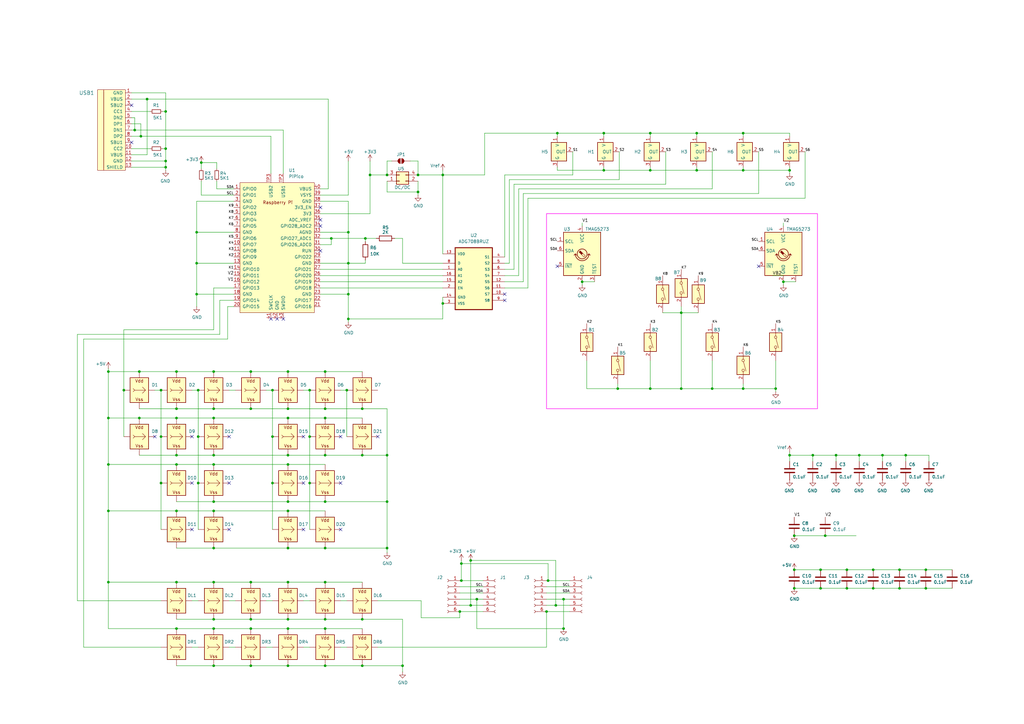
<source format=kicad_sch>
(kicad_sch (version 20250114) (generator "eeschema") (generator_version "9.0")
  (paper "A3")
  (rectangle (start 224.155 87.63) (end 335.28 167.64) (stroke (width 0.254) (color 255 41 244 1)))
  (junction (at 127 179.07))
  (junction (at 304.8 54.61))
  (junction (at 111.76 179.07))
  (junction (at 118.11 167.64))
  (junction (at 57.785 55.88))
  (junction (at 266.7 54.61))
  (junction (at 102.87 167.64))
  (junction (at 44.45 238.76))
  (junction (at 149.86 97.79))
  (junction (at 195.58 245.745))
  (junction (at 102.87 238.76))
  (junction (at 358.14 241.3))
  (junction (at 142.875 120.65))
  (junction (at 342.9 186.69))
  (junction (at 325.755 233.68))
  (junction (at 304.8 159.385))
  (junction (at 247.65 54.61))
  (junction (at 80.645 107.95))
  (junction (at 347.345 233.68))
  (junction (at 87.63 254))
  (junction (at 358.14 233.68))
  (junction (at 118.11 186.69))
  (junction (at 118.11 238.76))
  (junction (at 118.11 190.5))
  (junction (at 118.11 209.55))
  (junction (at 72.39 190.5))
  (junction (at 80.645 95.25))
  (junction (at 127 198.12))
  (junction (at 87.63 205.74))
  (junction (at 87.63 209.55))
  (junction (at 135.89 97.79))
  (junction (at 87.63 257.81))
  (junction (at 266.7 159.385))
  (junction (at 323.85 69.85))
  (junction (at 133.35 167.64))
  (junction (at 81.28 160.02))
  (junction (at 111.76 198.12))
  (junction (at 227.965 248.285))
  (junction (at 347.345 241.3))
  (junction (at 80.645 120.65))
  (junction (at 165.1 273.05))
  (junction (at 118.11 152.4))
  (junction (at 338.455 219.71))
  (junction (at 50.8 160.02))
  (junction (at 87.63 171.45))
  (junction (at 253.365 159.385))
  (junction (at 321.31 115.57))
  (junction (at 133.35 186.69))
  (junction (at 72.39 209.55))
  (junction (at 238.76 115.57))
  (junction (at 336.55 241.3))
  (junction (at 333.375 186.69))
  (junction (at 87.63 273.05))
  (junction (at 133.35 257.81))
  (junction (at 60.325 40.64))
  (junction (at 87.63 167.64))
  (junction (at 325.755 219.71))
  (junction (at 72.39 171.45))
  (junction (at 102.87 257.81))
  (junction (at 67.945 66.04))
  (junction (at 44.45 190.5))
  (junction (at 247.65 69.85))
  (junction (at 87.63 238.76))
  (junction (at 57.15 171.45))
  (junction (at 133.35 254))
  (junction (at 279.4 128.27))
  (junction (at 285.75 69.85))
  (junction (at 81.28 179.07))
  (junction (at 133.35 152.4))
  (junction (at 66.04 160.02))
  (junction (at 67.945 68.58))
  (junction (at 368.935 233.68))
  (junction (at 361.95 186.69))
  (junction (at 325.755 241.3))
  (junction (at 193.04 248.285))
  (junction (at 188.595 250.825))
  (junction (at 87.63 186.69))
  (junction (at 189.23 238.125))
  (junction (at 318.135 159.385))
  (junction (at 158.75 71.755))
  (junction (at 231.14 245.745))
  (junction (at 171.45 71.755))
  (junction (at 133.35 273.05))
  (junction (at 44.45 152.4))
  (junction (at 118.11 254))
  (junction (at 127 160.02))
  (junction (at 133.35 205.74))
  (junction (at 72.39 186.69))
  (junction (at 368.935 241.3))
  (junction (at 336.55 233.68))
  (junction (at 148.59 254))
  (junction (at 323.85 186.69))
  (junction (at 118.11 171.45))
  (junction (at 148.59 273.05))
  (junction (at 352.425 186.69))
  (junction (at 118.11 224.79))
  (junction (at 224.155 250.825))
  (junction (at 66.04 179.07))
  (junction (at 158.75 205.74))
  (junction (at 228.6 54.61))
  (junction (at 87.63 224.79))
  (junction (at 118.11 273.05))
  (junction (at 193.04 229.87))
  (junction (at 158.75 186.69))
  (junction (at 181.61 124.46))
  (junction (at 379.73 241.3))
  (junction (at 102.87 273.05))
  (junction (at 181.61 71.755))
  (junction (at 67.945 60.96))
  (junction (at 189.23 231.14))
  (junction (at 102.87 254))
  (junction (at 82.55 66.675))
  (junction (at 148.59 186.69))
  (junction (at 67.945 45.72))
  (junction (at 148.59 167.64))
  (junction (at 72.39 152.4))
  (junction (at 158.75 224.79))
  (junction (at 171.45 78.74))
  (junction (at 72.39 238.76))
  (junction (at 44.45 209.55))
  (junction (at 133.35 171.45))
  (junction (at 142.875 130.81))
  (junction (at 102.87 152.4))
  (junction (at 151.765 71.755))
  (junction (at 72.39 257.81))
  (junction (at 66.04 198.12))
  (junction (at 118.11 205.74))
  (junction (at 304.8 69.85))
  (junction (at 371.475 186.69))
  (junction (at 142.24 160.02))
  (junction (at 87.63 190.5))
  (junction (at 285.75 54.61))
  (junction (at 379.73 233.68))
  (junction (at 87.63 152.4))
  (junction (at 111.76 160.02))
  (junction (at 57.15 152.4))
  (junction (at 142.875 95.25))
  (junction (at 118.11 257.81))
  (junction (at 81.28 198.12))
  (junction (at 142.875 107.95))
  (junction (at 292.1 159.385))
  (junction (at 133.35 238.76))
  (junction (at 266.7 69.85))
  (junction (at 224.79 238.125))
  (junction (at 72.39 167.64))
  (junction (at 44.45 171.45))
  (junction (at 55.245 53.34))
  (junction (at 133.35 224.79))
  (junction (at 279.4 159.385))
  (junction (at 231.14 257.81))
  (no_connect (at 93.98 217.17))
  (no_connect (at 93.98 179.07))
  (no_connect (at 124.46 217.17))
  (no_connect (at 113.665 130.81))
  (no_connect (at 139.7 179.07))
  (no_connect (at 207.01 123.19))
  (no_connect (at 154.94 179.07))
  (no_connect (at 78.74 198.12))
  (no_connect (at 53.975 43.18))
  (no_connect (at 53.975 58.42))
  (no_connect (at 131.445 102.87))
  (no_connect (at 131.445 85.09))
  (no_connect (at 207.01 120.65))
  (no_connect (at 111.125 130.81))
  (no_connect (at 131.445 92.71))
  (no_connect (at 124.46 198.12))
  (no_connect (at 139.7 198.12))
  (no_connect (at 311.15 109.22))
  (no_connect (at 63.5 179.07))
  (no_connect (at 139.7 217.17))
  (no_connect (at 228.6 109.22))
  (no_connect (at 78.74 217.17))
  (no_connect (at 93.98 198.12))
  (no_connect (at 78.74 179.07))
  (no_connect (at 124.46 179.07))
  (no_connect (at 116.205 130.81))
  (no_connect (at 131.445 90.17))
  (wire (pts (xy 158.75 224.79) (xy 158.75 226.695)))
  (wire (pts (xy 87.63 118.11) (xy 87.63 135.255)))
  (wire (pts (xy 188.595 250.825) (xy 198.12 250.825)))
  (wire (pts (xy 81.28 179.07) (xy 81.28 198.12)))
  (wire (pts (xy 181.61 130.81) (xy 142.875 130.81)))
  (wire (pts (xy 118.11 190.5) (xy 133.35 190.5)))
  (wire (pts (xy 304.8 69.85) (xy 323.85 69.85)))
  (wire (pts (xy 67.945 38.1) (xy 67.945 45.72)))
  (wire (pts (xy 118.11 273.05) (xy 133.35 273.05)))
  (wire (pts (xy 131.445 87.63) (xy 151.765 87.63)))
  (wire (pts (xy 80.645 82.55) (xy 80.645 95.25)))
  (wire (pts (xy 285.75 69.85) (xy 304.8 69.85)))
  (wire (pts (xy 148.59 273.05) (xy 165.1 273.05)))
  (wire (pts (xy 188.595 248.285) (xy 193.04 248.285)))
  (wire (pts (xy 118.11 257.81) (xy 133.35 257.81)))
  (wire (pts (xy 323.85 186.69) (xy 333.375 186.69)))
  (wire (pts (xy 279.4 128.27) (xy 279.4 125.73)))
  (wire (pts (xy 193.04 248.285) (xy 198.12 248.285)))
  (wire (pts (xy 87.63 224.79) (xy 118.11 224.79)))
  (wire (pts (xy 358.14 233.68) (xy 368.935 233.68)))
  (wire (pts (xy 133.35 254) (xy 148.59 254)))
  (wire (pts (xy 231.14 257.81) (xy 231.14 245.745)))
  (wire (pts (xy 231.14 245.745) (xy 233.68 245.745)))
  (wire (pts (xy 165.1 97.79) (xy 161.925 97.79)))
  (wire (pts (xy 87.63 171.45) (xy 118.11 171.45)))
  (wire (pts (xy 131.445 120.65) (xy 142.875 120.65)))
  (wire (pts (xy 148.59 186.69) (xy 158.75 186.69)))
  (wire (pts (xy 95.885 77.47) (xy 88.9 77.47)))
  (wire (pts (xy 311.15 79.375) (xy 311.15 62.23)))
  (wire (pts (xy 151.765 71.755) (xy 158.75 71.755)))
  (wire (pts (xy 78.74 246.38) (xy 81.28 246.38)))
  (wire (pts (xy 279.4 159.385) (xy 279.4 128.27)))
  (wire (pts (xy 53.975 53.34) (xy 55.245 53.34)))
  (wire (pts (xy 131.445 97.79) (xy 135.89 97.79)))
  (wire (pts (xy 60.325 63.5) (xy 60.325 40.64)))
  (wire (pts (xy 57.15 186.69) (xy 72.39 186.69)))
  (wire (pts (xy 224.155 238.125) (xy 224.79 238.125)))
  (wire (pts (xy 90.17 123.19) (xy 90.17 137.16)))
  (wire (pts (xy 80.645 107.95) (xy 95.885 107.95)))
  (wire (pts (xy 72.39 152.4) (xy 87.63 152.4)))
  (wire (pts (xy 142.875 82.55) (xy 142.875 95.25)))
  (wire (pts (xy 224.155 265.43) (xy 224.155 250.825)))
  (wire (pts (xy 207.01 115.57) (xy 214.63 115.57)))
  (wire (pts (xy 87.63 209.55) (xy 118.11 209.55)))
  (wire (pts (xy 118.11 209.55) (xy 133.35 209.55)))
  (wire (pts (xy 273.05 75.565) (xy 273.05 62.23)))
  (wire (pts (xy 31.75 137.16) (xy 90.17 137.16)))
  (wire (pts (xy 118.11 205.74) (xy 133.35 205.74)))
  (wire (pts (xy 321.31 115.57) (xy 326.39 115.57)))
  (wire (pts (xy 224.79 231.14) (xy 224.79 238.125)))
  (wire (pts (xy 142.875 132.08) (xy 142.875 130.81)))
  (wire (pts (xy 31.75 137.16) (xy 31.75 246.38)))
  (wire (pts (xy 304.8 157.48) (xy 304.8 159.385)))
  (wire (pts (xy 347.345 233.68) (xy 358.14 233.68)))
  (wire (pts (xy 227.965 229.87) (xy 227.965 248.285)))
  (wire (pts (xy 181.61 71.755) (xy 181.61 104.14)))
  (wire (pts (xy 165.1 273.05) (xy 165.1 275.59)))
  (wire (pts (xy 133.35 273.05) (xy 148.59 273.05)))
  (wire (pts (xy 352.425 186.69) (xy 352.425 189.23)))
  (wire (pts (xy 325.755 241.3) (xy 336.55 241.3)))
  (wire (pts (xy 82.55 69.215) (xy 82.55 66.675)))
  (wire (pts (xy 271.78 128.27) (xy 279.4 128.27)))
  (wire (pts (xy 78.74 265.43) (xy 81.28 265.43)))
  (wire (pts (xy 158.75 167.64) (xy 158.75 186.69)))
  (wire (pts (xy 321.31 91.44) (xy 321.31 92.71)))
  (wire (pts (xy 88.9 66.675) (xy 88.9 69.215)))
  (wire (pts (xy 323.85 71.12) (xy 323.85 69.85)))
  (wire (pts (xy 266.7 55.88) (xy 266.7 54.61)))
  (wire (pts (xy 82.55 66.675) (xy 88.9 66.675)))
  (wire (pts (xy 87.63 190.5) (xy 118.11 190.5)))
  (wire (pts (xy 238.76 115.57) (xy 238.76 116.84)))
  (wire (pts (xy 131.445 77.47) (xy 134.62 77.47)))
  (wire (pts (xy 165.1 107.95) (xy 181.61 107.95)))
  (wire (pts (xy 118.11 152.4) (xy 133.35 152.4)))
  (wire (pts (xy 124.46 246.38) (xy 127 246.38)))
  (wire (pts (xy 44.45 190.5) (xy 72.39 190.5)))
  (wire (pts (xy 95.885 123.19) (xy 90.17 123.19)))
  (wire (pts (xy 189.23 238.125) (xy 198.12 238.125)))
  (wire (pts (xy 127 179.07) (xy 127 198.12)))
  (wire (pts (xy 139.7 265.43) (xy 142.24 265.43)))
  (wire (pts (xy 207.01 107.95) (xy 208.915 107.95)))
  (wire (pts (xy 118.11 186.69) (xy 133.35 186.69)))
  (wire (pts (xy 304.8 55.88) (xy 304.8 54.61)))
  (wire (pts (xy 160.655 66.04) (xy 158.75 66.04)))
  (wire (pts (xy 171.45 66.04) (xy 171.45 71.755)))
  (wire (pts (xy 80.645 120.65) (xy 95.885 120.65)))
  (wire (pts (xy 149.86 106.68) (xy 149.86 107.95)))
  (wire (pts (xy 72.39 205.74) (xy 87.63 205.74)))
  (wire (pts (xy 342.9 186.69) (xy 352.425 186.69)))
  (wire (pts (xy 111.125 55.88) (xy 57.785 55.88)))
  (wire (pts (xy 44.45 257.81) (xy 72.39 257.81)))
  (wire (pts (xy 154.94 246.38) (xy 172.72 246.38)))
  (wire (pts (xy 165.1 254) (xy 165.1 273.05)))
  (wire (pts (xy 212.725 113.03) (xy 212.725 77.47)))
  (wire (pts (xy 330.2 81.28) (xy 216.535 81.28)))
  (wire (pts (xy 118.11 167.64) (xy 133.35 167.64)))
  (wire (pts (xy 361.95 186.69) (xy 361.95 189.23)))
  (wire (pts (xy 133.35 205.74) (xy 158.75 205.74)))
  (wire (pts (xy 371.475 186.69) (xy 371.475 189.23)))
  (wire (pts (xy 109.22 160.02) (xy 111.76 160.02)))
  (wire (pts (xy 368.935 241.3) (xy 379.73 241.3)))
  (wire (pts (xy 72.39 238.76) (xy 87.63 238.76)))
  (wire (pts (xy 323.85 55.88) (xy 323.85 54.61)))
  (wire (pts (xy 135.89 97.79) (xy 149.86 97.79)))
  (wire (pts (xy 82.55 80.01) (xy 82.55 74.295)))
  (wire (pts (xy 316.865 113.03) (xy 321.31 113.03)))
  (wire (pts (xy 321.31 115.57) (xy 321.31 116.84)))
  (wire (pts (xy 80.645 95.25) (xy 80.645 107.95)))
  (wire (pts (xy 133.35 224.79) (xy 158.75 224.79)))
  (wire (pts (xy 171.45 78.74) (xy 171.45 80.01)))
  (wire (pts (xy 135.89 97.79) (xy 135.89 100.33)))
  (wire (pts (xy 142.875 120.65) (xy 142.875 130.81)))
  (wire (pts (xy 323.85 185.42) (xy 323.85 186.69)))
  (wire (pts (xy 379.73 241.3) (xy 390.525 241.3)))
  (wire (pts (xy 318.135 147.955) (xy 318.135 159.385)))
  (wire (pts (xy 93.98 265.43) (xy 96.52 265.43)))
  (wire (pts (xy 133.35 152.4) (xy 148.59 152.4)))
  (wire (pts (xy 371.475 186.69) (xy 381 186.69)))
  (wire (pts (xy 44.45 209.55) (xy 44.45 238.76)))
  (wire (pts (xy 139.7 160.02) (xy 142.24 160.02)))
  (wire (pts (xy 158.75 205.74) (xy 158.75 224.79)))
  (wire (pts (xy 151.765 66.04) (xy 151.765 71.755)))
  (wire (pts (xy 304.8 69.85) (xy 304.8 68.58)))
  (wire (pts (xy 238.76 115.57) (xy 243.84 115.57)))
  (wire (pts (xy 116.205 71.12) (xy 116.205 53.34)))
  (wire (pts (xy 87.63 152.4) (xy 102.87 152.4)))
  (wire (pts (xy 318.135 160.655) (xy 318.135 159.385)))
  (wire (pts (xy 172.72 253.365) (xy 188.595 253.365)))
  (wire (pts (xy 87.63 186.69) (xy 118.11 186.69)))
  (wire (pts (xy 111.76 179.07) (xy 111.76 198.12)))
  (wire (pts (xy 55.245 48.26) (xy 55.245 53.34)))
  (wire (pts (xy 109.22 246.38) (xy 111.76 246.38)))
  (wire (pts (xy 131.445 95.25) (xy 142.875 95.25)))
  (wire (pts (xy 214.63 79.375) (xy 311.15 79.375)))
  (wire (pts (xy 148.59 167.64) (xy 158.75 167.64)))
  (wire (pts (xy 116.205 53.34) (xy 55.245 53.34)))
  (wire (pts (xy 189.23 231.14) (xy 224.79 231.14)))
  (wire (pts (xy 102.87 257.81) (xy 118.11 257.81)))
  (wire (pts (xy 131.445 115.57) (xy 181.61 115.57)))
  (wire (pts (xy 50.8 160.02) (xy 50.8 179.07)))
  (wire (pts (xy 347.345 241.3) (xy 358.14 241.3)))
  (wire (pts (xy 214.63 115.57) (xy 214.63 79.375)))
  (wire (pts (xy 44.45 209.55) (xy 72.39 209.55)))
  (wire (pts (xy 44.45 152.4) (xy 57.15 152.4)))
  (wire (pts (xy 292.1 147.955) (xy 292.1 159.385)))
  (wire (pts (xy 135.89 100.33) (xy 131.445 100.33)))
  (wire (pts (xy 149.86 99.06) (xy 149.86 97.79)))
  (wire (pts (xy 228.6 69.85) (xy 228.6 68.58)))
  (wire (pts (xy 44.45 152.4) (xy 44.45 171.45)))
  (wire (pts (xy 361.95 186.69) (xy 371.475 186.69)))
  (wire (pts (xy 216.535 81.28) (xy 216.535 118.11)))
  (wire (pts (xy 292.1 77.47) (xy 292.1 62.23)))
  (wire (pts (xy 247.65 69.85) (xy 247.65 68.58)))
  (wire (pts (xy 333.375 186.69) (xy 342.9 186.69)))
  (wire (pts (xy 266.7 54.61) (xy 247.65 54.61)))
  (wire (pts (xy 53.975 66.04) (xy 67.945 66.04)))
  (wire (pts (xy 57.785 50.8) (xy 57.785 55.88)))
  (wire (pts (xy 198.755 71.755) (xy 198.755 54.61)))
  (wire (pts (xy 72.39 167.64) (xy 87.63 167.64)))
  (wire (pts (xy 72.39 254) (xy 87.63 254)))
  (wire (pts (xy 133.35 186.69) (xy 148.59 186.69)))
  (wire (pts (xy 102.87 273.05) (xy 118.11 273.05)))
  (wire (pts (xy 323.85 186.69) (xy 323.85 189.23)))
  (wire (pts (xy 216.535 118.11) (xy 207.01 118.11)))
  (wire (pts (xy 368.935 233.68) (xy 379.73 233.68)))
  (wire (pts (xy 158.75 66.04) (xy 158.75 71.755)))
  (wire (pts (xy 111.125 71.12) (xy 111.125 55.88)))
  (wire (pts (xy 181.61 71.755) (xy 198.755 71.755)))
  (wire (pts (xy 325.755 233.68) (xy 336.55 233.68)))
  (wire (pts (xy 127 160.02) (xy 127 179.07)))
  (wire (pts (xy 87.63 118.11) (xy 95.885 118.11)))
  (wire (pts (xy 151.765 71.755) (xy 151.765 87.63)))
  (wire (pts (xy 381 186.69) (xy 381 189.23)))
  (wire (pts (xy 253.365 157.48) (xy 253.365 159.385)))
  (wire (pts (xy 63.5 160.02) (xy 66.04 160.02)))
  (wire (pts (xy 352.425 186.69) (xy 361.95 186.69)))
  (wire (pts (xy 285.75 54.61) (xy 266.7 54.61)))
  (wire (pts (xy 66.04 160.02) (xy 66.04 179.07)))
  (wire (pts (xy 66.04 198.12) (xy 66.04 217.17)))
  (wire (pts (xy 325.755 219.71) (xy 338.455 219.71)))
  (wire (pts (xy 193.04 229.87) (xy 193.04 248.285)))
  (wire (pts (xy 102.87 254) (xy 118.11 254)))
  (wire (pts (xy 124.46 265.43) (xy 127 265.43)))
  (wire (pts (xy 172.72 246.38) (xy 172.72 253.365)))
  (wire (pts (xy 195.58 257.81) (xy 231.14 257.81)))
  (wire (pts (xy 53.975 63.5) (xy 60.325 63.5)))
  (wire (pts (xy 60.325 40.64) (xy 134.62 40.64)))
  (wire (pts (xy 95.885 80.01) (xy 82.55 80.01)))
  (wire (pts (xy 133.35 257.81) (xy 148.59 257.81)))
  (wire (pts (xy 158.75 78.74) (xy 171.45 78.74)))
  (wire (pts (xy 102.87 238.76) (xy 118.11 238.76)))
  (wire (pts (xy 133.35 171.45) (xy 148.59 171.45)))
  (wire (pts (xy 87.63 257.81) (xy 102.87 257.81)))
  (wire (pts (xy 53.975 55.88) (xy 57.785 55.88)))
  (wire (pts (xy 57.15 171.45) (xy 72.39 171.45)))
  (wire (pts (xy 102.87 167.64) (xy 118.11 167.64)))
  (wire (pts (xy 127 198.12) (xy 127 217.17)))
  (wire (pts (xy 171.45 74.295) (xy 171.45 78.74)))
  (wire (pts (xy 227.965 248.285) (xy 233.68 248.285)))
  (wire (pts (xy 279.4 159.385) (xy 292.1 159.385)))
  (wire (pts (xy 53.975 60.96) (xy 61.595 60.96)))
  (wire (pts (xy 66.04 179.07) (xy 66.04 198.12)))
  (wire (pts (xy 142.24 160.02) (xy 142.24 179.07)))
  (wire (pts (xy 304.8 159.385) (xy 318.135 159.385)))
  (wire (pts (xy 72.39 171.45) (xy 87.63 171.45)))
  (wire (pts (xy 238.76 91.44) (xy 238.76 92.71)))
  (wire (pts (xy 80.645 107.95) (xy 80.645 120.65)))
  (wire (pts (xy 31.75 246.38) (xy 66.04 246.38)))
  (wire (pts (xy 44.45 190.5) (xy 44.45 209.55)))
  (wire (pts (xy 338.455 219.71) (xy 351.155 219.71)))
  (wire (pts (xy 87.63 254) (xy 102.87 254)))
  (wire (pts (xy 53.975 45.72) (xy 61.595 45.72)))
  (wire (pts (xy 158.75 186.69) (xy 158.75 205.74)))
  (wire (pts (xy 131.445 113.03) (xy 181.61 113.03)))
  (wire (pts (xy 330.2 62.23) (xy 330.2 81.28)))
  (wire (pts (xy 87.63 167.64) (xy 102.87 167.64)))
  (wire (pts (xy 87.63 273.05) (xy 102.87 273.05)))
  (wire (pts (xy 247.65 55.88) (xy 247.65 54.61)))
  (wire (pts (xy 109.22 265.43) (xy 111.76 265.43)))
  (wire (pts (xy 50.8 135.255) (xy 50.8 160.02)))
  (wire (pts (xy 228.6 55.88) (xy 228.6 54.61)))
  (wire (pts (xy 67.945 68.58) (xy 67.945 69.85)))
  (wire (pts (xy 67.945 60.96) (xy 66.675 60.96)))
  (wire (pts (xy 189.23 229.87) (xy 189.23 231.14)))
  (wire (pts (xy 142.875 95.25) (xy 142.875 107.95)))
  (wire (pts (xy 80.645 95.25) (xy 95.885 95.25)))
  (wire (pts (xy 266.7 147.955) (xy 266.7 159.385)))
  (wire (pts (xy 188.595 245.745) (xy 195.58 245.745)))
  (wire (pts (xy 207.01 105.41) (xy 207.01 71.755)))
  (wire (pts (xy 53.975 38.1) (xy 67.945 38.1)))
  (wire (pts (xy 53.975 40.64) (xy 60.325 40.64)))
  (wire (pts (xy 93.98 160.02) (xy 96.52 160.02)))
  (wire (pts (xy 131.445 82.55) (xy 142.875 82.55)))
  (wire (pts (xy 44.45 238.76) (xy 72.39 238.76)))
  (wire (pts (xy 133.35 238.76) (xy 148.59 238.76)))
  (wire (pts (xy 44.45 171.45) (xy 44.45 190.5)))
  (wire (pts (xy 253.365 159.385) (xy 266.7 159.385)))
  (wire (pts (xy 336.55 241.3) (xy 347.345 241.3)))
  (wire (pts (xy 139.7 246.38) (xy 142.24 246.38)))
  (wire (pts (xy 95.885 82.55) (xy 80.645 82.55)))
  (wire (pts (xy 124.46 160.02) (xy 127 160.02)))
  (wire (pts (xy 72.39 190.5) (xy 87.63 190.5)))
  (wire (pts (xy 142.875 107.95) (xy 142.875 120.65)))
  (wire (pts (xy 228.6 69.85) (xy 247.65 69.85)))
  (wire (pts (xy 198.755 54.61) (xy 228.6 54.61)))
  (wire (pts (xy 224.155 243.205) (xy 233.68 243.205)))
  (wire (pts (xy 379.73 233.68) (xy 390.525 233.68)))
  (wire (pts (xy 188.595 240.665) (xy 198.12 240.665)))
  (wire (pts (xy 168.275 66.04) (xy 171.45 66.04)))
  (wire (pts (xy 142.875 80.01) (xy 142.875 66.04)))
  (wire (pts (xy 336.55 233.68) (xy 347.345 233.68)))
  (wire (pts (xy 93.98 246.38) (xy 96.52 246.38)))
  (wire (pts (xy 93.345 125.73) (xy 93.345 139.065)))
  (wire (pts (xy 285.75 55.88) (xy 285.75 54.61)))
  (wire (pts (xy 165.1 107.95) (xy 165.1 97.79)))
  (wire (pts (xy 285.75 69.85) (xy 285.75 68.58)))
  (wire (pts (xy 111.76 198.12) (xy 111.76 217.17)))
  (wire (pts (xy 149.86 97.79) (xy 154.305 97.79)))
  (wire (pts (xy 279.4 128.27) (xy 286.385 128.27)))
  (wire (pts (xy 224.79 238.125) (xy 233.68 238.125)))
  (wire (pts (xy 111.76 160.02) (xy 111.76 179.07)))
  (wire (pts (xy 181.61 124.46) (xy 181.61 130.81)))
  (wire (pts (xy 87.63 135.255) (xy 50.8 135.255)))
  (wire (pts (xy 148.59 254) (xy 165.1 254)))
  (wire (pts (xy 131.445 107.95) (xy 142.875 107.95)))
  (wire (pts (xy 118.11 224.79) (xy 133.35 224.79)))
  (wire (pts (xy 304.8 54.61) (xy 285.75 54.61)))
  (wire (pts (xy 87.63 238.76) (xy 102.87 238.76)))
  (wire (pts (xy 67.945 45.72) (xy 67.945 60.96)))
  (wire (pts (xy 72.39 186.69) (xy 87.63 186.69)))
  (wire (pts (xy 181.61 69.85) (xy 181.61 71.755)))
  (wire (pts (xy 188.595 243.205) (xy 198.12 243.205)))
  (wire (pts (xy 195.58 245.745) (xy 198.12 245.745)))
  (wire (pts (xy 266.7 69.85) (xy 266.7 68.58)))
  (wire (pts (xy 154.94 265.43) (xy 224.155 265.43)))
  (wire (pts (xy 88.9 77.47) (xy 88.9 74.295)))
  (wire (pts (xy 34.29 139.065) (xy 34.29 265.43)))
  (wire (pts (xy 67.945 66.04) (xy 67.945 68.58)))
  (wire (pts (xy 131.445 118.11) (xy 181.61 118.11)))
  (wire (pts (xy 118.11 171.45) (xy 133.35 171.45)))
  (wire (pts (xy 208.915 107.95) (xy 208.915 73.66)))
  (wire (pts (xy 240.665 147.955) (xy 240.665 159.385)))
  (wire (pts (xy 207.01 110.49) (xy 210.82 110.49)))
  (wire (pts (xy 195.58 245.745) (xy 195.58 257.81)))
  (wire (pts (xy 224.155 245.745) (xy 231.14 245.745)))
  (wire (pts (xy 78.74 160.02) (xy 81.28 160.02)))
  (wire (pts (xy 72.39 257.81) (xy 87.63 257.81)))
  (wire (pts (xy 234.95 71.755) (xy 234.95 62.23)))
  (wire (pts (xy 188.595 253.365) (xy 188.595 250.825)))
  (wire (pts (xy 44.45 171.45) (xy 57.15 171.45)))
  (wire (pts (xy 224.155 250.825) (xy 233.68 250.825)))
  (wire (pts (xy 254 73.66) (xy 254 62.23)))
  (wire (pts (xy 240.665 159.385) (xy 253.365 159.385)))
  (wire (pts (xy 292.1 159.385) (xy 304.8 159.385)))
  (wire (pts (xy 193.04 229.87) (xy 227.965 229.87)))
  (wire (pts (xy 171.45 71.755) (xy 181.61 71.755)))
  (wire (pts (xy 323.85 69.85) (xy 323.85 68.58)))
  (wire (pts (xy 133.35 167.64) (xy 148.59 167.64)))
  (wire (pts (xy 72.39 273.05) (xy 87.63 273.05)))
  (wire (pts (xy 247.65 54.61) (xy 228.6 54.61)))
  (wire (pts (xy 212.725 77.47) (xy 292.1 77.47)))
  (wire (pts (xy 102.87 152.4) (xy 118.11 152.4)))
  (wire (pts (xy 53.975 68.58) (xy 67.945 68.58)))
  (wire (pts (xy 207.01 113.03) (xy 212.725 113.03)))
  (wire (pts (xy 53.975 50.8) (xy 57.785 50.8)))
  (wire (pts (xy 67.945 60.96) (xy 67.945 66.04)))
  (wire (pts (xy 210.82 75.565) (xy 273.05 75.565)))
  (wire (pts (xy 81.28 198.12) (xy 81.28 217.17)))
  (wire (pts (xy 358.14 241.3) (xy 368.935 241.3)))
  (wire (pts (xy 266.7 69.85) (xy 285.75 69.85)))
  (wire (pts (xy 188.595 238.125) (xy 189.23 238.125)))
  (wire (pts (xy 342.9 186.69) (xy 342.9 189.23)))
  (wire (pts (xy 44.45 238.76) (xy 44.45 257.81)))
  (wire (pts (xy 95.885 125.73) (xy 93.345 125.73)))
  (wire (pts (xy 34.29 139.065) (xy 93.345 139.065)))
  (wire (pts (xy 53.975 48.26) (xy 55.245 48.26)))
  (wire (pts (xy 118.11 254) (xy 133.35 254)))
  (wire (pts (xy 208.915 73.66) (xy 254 73.66)))
  (wire (pts (xy 67.945 45.72) (xy 66.675 45.72)))
  (wire (pts (xy 57.15 167.64) (xy 72.39 167.64)))
  (wire (pts (xy 34.29 265.43) (xy 66.04 265.43)))
  (wire (pts (xy 142.875 107.95) (xy 149.86 107.95)))
  (wire (pts (xy 247.65 69.85) (xy 266.7 69.85)))
  (wire (pts (xy 57.15 152.4) (xy 72.39 152.4)))
  (wire (pts (xy 210.82 110.49) (xy 210.82 75.565)))
  (wire (pts (xy 333.375 186.69) (xy 333.375 189.23)))
  (wire (pts (xy 87.63 205.74) (xy 118.11 205.74)))
  (wire (pts (xy 81.28 160.02) (xy 81.28 179.07)))
  (wire (pts (xy 181.61 121.92) (xy 181.61 124.46)))
  (wire (pts (xy 44.45 151.13) (xy 44.45 152.4)))
  (wire (pts (xy 323.85 54.61) (xy 304.8 54.61)))
  (wire (pts (xy 266.7 159.385) (xy 279.4 159.385)))
  (wire (pts (xy 158.75 74.295) (xy 158.75 78.74)))
  (wire (pts (xy 224.155 240.665) (xy 233.68 240.665)))
  (wire (pts (xy 131.445 80.01) (xy 142.875 80.01)))
  (wire (pts (xy 131.445 110.49) (xy 181.61 110.49)))
  (wire (pts (xy 80.645 120.65) (xy 80.645 125.73)))
  (wire (pts (xy 189.23 231.14) (xy 189.23 238.125)))
  (wire (pts (xy 72.39 209.55) (xy 87.63 209.55)))
  (wire (pts (xy 207.01 71.755) (xy 234.95 71.755)))
  (wire (pts (xy 118.11 238.76) (xy 133.35 238.76)))
  (wire (pts (xy 134.62 40.64) (xy 134.62 77.47)))
  (wire (pts (xy 224.155 248.285) (xy 227.965 248.285)))
  (wire (pts (xy 72.39 224.79) (xy 87.63 224.79)))
  (label "K7" (at 279.4 110.49 0) (effects (font (size 1 1))))
  (label "K4" (at 292.1 132.715 0) (effects (font (size 1 1))))
  (label "K1" (at 253.365 142.24 0) (effects (font (size 1 1))))
  (label "K8" (at 271.78 113.03 0) (effects (font (size 1 1))))
  (label "S6" (at 330.2 62.23 0) (effects (font (size 1 1))))
  (label "S3" (at 273.05 62.23 0) (effects (font (size 1 1))))
  (label "K4" (at 95.885 100.33 180) (effects (font (size 1 1))))
  (label "SCL" (at 311.15 99.06 180) (effects (font (size 1 1))))
  (label "VB2" (at 316.865 113.03 0))
  (label "SDA" (at 228.6 102.87 180) (effects (font (size 1 1))))
  (label "V2" (at 338.455 212.09 0))
  (label "V1" (at 95.885 115.57 180))
  (label "S4" (at 292.1 62.23 0) (effects (font (size 1 1))))
  (label "SCL" (at 198.12 240.665 180) (effects (font (size 1 1))))
  (label "V1" (at 238.76 91.44 0))
  (label "SCL" (at 228.6 99.06 180) (effects (font (size 1 1))))
  (label "K5" (at 318.135 132.715 0) (effects (font (size 1 1))))
  (label "K6" (at 95.885 92.71 180) (effects (font (size 1 1))))
  (label "K5" (at 95.885 97.79 180) (effects (font (size 1 1))))
  (label "SDA" (at 95.885 77.47 180) (effects (font (size 1 1))))
  (label "K9" (at 95.885 85.09 180) (effects (font (size 1 1))))
  (label "S5" (at 311.15 62.23 0) (effects (font (size 1 1))))
  (label "S1" (at 234.95 62.23 0) (effects (font (size 1 1))))
  (label "K6" (at 304.8 142.24 0) (effects (font (size 1 1))))
  (label "V1" (at 325.755 212.09 0))
  (label "SCL" (at 233.68 240.665 180) (effects (font (size 1 1))))
  (label "SDA" (at 198.12 243.205 180) (effects (font (size 1 1))))
  (label "K3" (at 95.885 102.87 180) (effects (font (size 1 1))))
  (label "S2" (at 254 62.23 0) (effects (font (size 1 1))))
  (label "V2" (at 95.885 113.03 180))
  (label "SCL" (at 95.885 80.01 180) (effects (font (size 1 1))))
  (label "K7" (at 95.885 90.17 180) (effects (font (size 1 1))))
  (label "K9" (at 286.385 113.03 0) (effects (font (size 1 1))))
  (label "K3" (at 266.7 132.715 0) (effects (font (size 1 1))))
  (label "SDA" (at 311.15 102.87 180) (effects (font (size 1 1))))
  (label "V2" (at 321.31 91.44 0))
  (label "K2" (at 95.885 105.41 180) (effects (font (size 1 1))))
  (label "K8" (at 95.885 87.63 180) (effects (font (size 1 1))))
  (label "K1" (at 95.885 110.49 180) (effects (font (size 1 1))))
  (label "SDA" (at 233.68 243.205 180) (effects (font (size 1 1))))
  (label "K2" (at 240.665 132.715 0) (effects (font (size 1 1))))
  (symbol (lib_id "Type-C:HRO-TYPE-C-31-M-12") (at 51.435 52.07 0) (unit 1)
    (property "Reference" "USB1" (at 32.385 38.1 0) (effects (font (size 1.524 1.524)) (justify left)))
    (property "Value" "U262-161N-4BVC11" (effects (hide yes)))
    (property "Footprint" "Type-C:HRO-TYPE-C-31-M-12-Assembly" (effects (hide yes)))
    (property "LCSC" "C319148" (effects (hide yes)))
  )
  (symbol (lib_id "power:GND") (at 67.945 69.85 0) (mirror y) (unit 1)
    (property "Reference" "#PWR0112" (effects (hide yes)))
    (property "Value" "GND" (at 67.818 74.2442 0))
    (property "Description" "Power symbol creates a global label with name \"GND\" , ground" (effects (hide yes)))
  )
  (symbol (lib_id "Device:R_Small") (at 64.135 60.96 90) (unit 1)
    (property "Reference" "R2" (at 65.405 58.42 90) (effects (justify left)))
    (property "Value" "5K1" (at 66.675 63.5 90) (effects (justify left)))
    (property "Footprint" "Resistor_SMD:R_0603_1608Metric_Pad0.98x0.95mm_HandSolder" (effects (hide yes)))
    (property "Description" "Resistor, small symbol" (effects (hide yes)))
    (property "LCSC" "C23186" (effects (hide yes)))
  )
  (symbol (lib_id "Device:R_Small") (at 64.135 45.72 90) (unit 1)
    (property "Reference" "R1" (at 65.405 43.18 90) (effects (justify left)))
    (property "Value" "5K1" (at 66.675 48.26 90) (effects (justify left)))
    (property "Footprint" "Resistor_SMD:R_0603_1608Metric_Pad0.98x0.95mm_HandSolder" (effects (hide yes)))
    (property "Description" "Resistor, small symbol" (effects (hide yes)))
    (property "LCSC" "C23186" (effects (hide yes)))
  )
  (symbol (lib_id "Connector_Generic:Conn_02x02_Odd_Even") (at 163.83 74.295 0) (mirror x) (unit 1)
    (property "Reference" "U5" (at 164.465 69.215 0))
    (property "Value" "DC/DC" (at 165.1 76.835 0))
    (property "Footprint" "voltex_pico:DCDC_3to5" (effects (hide yes)))
    (property "Description" "Generic connector, double row, 02x02, odd/even pin numbering scheme (row 1 odd numbers, row 2 even numbers), script generated (kicad-library-utils/schlib/autogen/connector/)" (effects (hide yes)))
  )
  (symbol (lib_id "power:GND") (at 323.85 196.85 0) (mirror y) (unit 1)
    (property "Reference" "#PWR010" (effects (hide yes)))
    (property "Value" "GND" (at 323.723 201.2442 0))
    (property "Description" "Power symbol creates a global label with name \"GND\" , ground" (effects (hide yes)))
  )
  (symbol (lib_id "voltex_pico:WS2812B_Unified") (at 148.59 179.07 0) (unit 1)
    (property "Reference" "D21" (at 154.94 176.911 0))
    (property "Value" "WS2812B_Unified" (effects (hide yes)))
    (property "Footprint" "voltex_pico:WS2812B-2835" (effects (hide yes)))
    (property "Description" "RGB LED with integrated controller" (effects (hide yes)))
  )
  (symbol (lib_id "nos_plus:SS49E_SOT23") (at 228.6 62.23 0) (unit 1)
    (property "Reference" "H5" (at 224.79 62.2299 0) (effects (justify right)))
    (property "Value" "SS49E_SOT23" (effects (hide yes)))
    (property "Footprint" "voltex_pico:SOT-23-FAT" (effects (hide yes)))
  )
  (symbol (lib_id "voltex_pico:WS2812B_Unified") (at 133.35 217.17 0) (unit 1)
    (property "Reference" "D20" (at 139.7 215.011 0))
    (property "Value" "WS2812B_Unified" (effects (hide yes)))
    (property "Footprint" "voltex_pico:WS2812B-2835" (effects (hide yes)))
    (property "Description" "RGB LED with integrated controller" (effects (hide yes)))
  )
  (symbol (lib_id "Device:C") (at 325.755 237.49 0) (unit 1)
    (property "Reference" "C10" (at 328.93 236.2199 0) (effects (justify left)))
    (property "Value" "0.1uF" (at 328.93 238.7599 0) (effects (justify left)))
    (property "Footprint" "Capacitor_SMD:C_0603_1608Metric_Pad1.08x0.95mm_HandSolder" (effects (hide yes)))
    (property "Description" "Unpolarized capacitor" (effects (hide yes)))
  )
  (symbol (lib_id "nos_plus:SS49E_SOT23") (at 247.65 62.23 0) (unit 1)
    (property "Reference" "H1" (at 243.84 62.2299 0) (effects (justify right)))
    (property "Value" "SS49E_SOT23" (effects (hide yes)))
    (property "Footprint" "voltex_pico:SOT-23-FAT" (effects (hide yes)))
  )
  (symbol (lib_id "power:+5V") (at 193.04 229.87 0) (unit 1)
    (property "Reference" "#PWR02" (effects (hide yes)))
    (property "Value" "+5V" (at 193.04 226.06 0))
    (property "Description" "Power symbol creates a global label with name \"+5V\"" (effects (hide yes)))
  )
  (symbol (lib_id "power:GND") (at 238.76 116.84 0) (unit 1)
    (property "Reference" "#PWR0109" (effects (hide yes)))
    (property "Value" "GND" (at 238.887 121.2342 0))
    (property "Description" "Power symbol creates a global label with name \"GND\" , ground" (effects (hide yes)))
  )
  (symbol (lib_id "power:GND") (at 371.475 196.85 0) (mirror y) (unit 1)
    (property "Reference" "#PWR016" (effects (hide yes)))
    (property "Value" "GND" (at 371.348 201.2442 0))
    (property "Description" "Power symbol creates a global label with name \"GND\" , ground" (effects (hide yes)))
  )
  (symbol (lib_id "voltex_pico:WS2812B_Unified") (at 72.39 265.43 0) (unit 1)
    (property "Reference" "DR1" (at 78.74 263.271 0))
    (property "Value" "WS2812B_Unified" (effects (hide yes)))
    (property "Footprint" "voltex_pico:WS2812B-4020" (effects (hide yes)))
    (property "Description" "RGB LED with integrated controller" (effects (hide yes)))
  )
  (symbol (lib_id "voltex_pico:WS2812B_Unified") (at 118.11 198.12 0) (unit 1)
    (property "Reference" "D16" (at 124.46 195.961 0))
    (property "Value" "WS2812B_Unified" (effects (hide yes)))
    (property "Footprint" "voltex_pico:WS2812B-2835" (effects (hide yes)))
    (property "Description" "RGB LED with integrated controller" (effects (hide yes)))
  )
  (symbol (lib_id "power:GND") (at 361.95 196.85 0) (mirror y) (unit 1)
    (property "Reference" "#PWR015" (effects (hide yes)))
    (property "Value" "GND" (at 361.823 201.2442 0))
    (property "Description" "Power symbol creates a global label with name \"GND\" , ground" (effects (hide yes)))
  )
  (symbol (lib_id "voltex_pico:WS2812B_Unified") (at 57.15 160.02 0) (unit 1)
    (property "Reference" "D1" (at 63.5 157.861 0))
    (property "Value" "WS2812B_Unified" (effects (hide yes)))
    (property "Footprint" "voltex_pico:WS2812B-2835" (effects (hide yes)))
    (property "Description" "RGB LED with integrated controller" (effects (hide yes)))
  )
  (symbol (lib_id "Device:C") (at 342.9 193.04 0) (mirror y) (unit 1)
    (property "Reference" "C3" (at 344.17 190.5 0) (effects (justify right)))
    (property "Value" "0.1uF" (at 344.17 195.58 0) (effects (justify right)))
    (property "Footprint" "Capacitor_SMD:C_0603_1608Metric_Pad1.08x0.95mm_HandSolder" (effects (hide yes)))
    (property "Description" "Unpolarized capacitor" (effects (hide yes)))
  )
  (symbol (lib_id "power:GND") (at 80.645 125.73 0) (unit 1)
    (property "Reference" "#PWR0125" (effects (hide yes)))
    (property "Value" "GND" (at 80.772 130.1242 0))
    (property "Description" "Power symbol creates a global label with name \"GND\" , ground" (effects (hide yes)))
  )
  (symbol (lib_id "power:GND") (at 142.875 132.08 0) (unit 1)
    (property "Reference" "#PWR0103" (effects (hide yes)))
    (property "Value" "GND" (at 143.002 136.4742 0))
    (property "Description" "Power symbol creates a global label with name \"GND\" , ground" (effects (hide yes)))
  )
  (symbol (lib_id "voltex_pico:TMAG5273") (at 238.76 104.14 0) (unit 1)
    (property "Reference" "U3" (at 231.14 93.98 0) (effects (justify left)))
    (property "Value" "TMAG5273" (at 240.03 93.98 0) (effects (justify left)))
    (property "Footprint" "Package_TO_SOT_SMD:TSOT-23-6_HandSoldering" (effects (hide yes)))
    (property "Datasheet" "https://www.ti.com/lit/ds/symlink/tmag5170-q1.pdf" (effects (hide yes)))
    (property "Description" "Magnetic 3-axis linear sensor, 12-bit, I2C, SOT23-6" (effects (hide yes)))
  )
  (symbol (lib_id "voltex_pico:ADG708BRUZ") (at 194.31 114.3 0) (unit 1)
    (property "Reference" "U2" (at 194.31 96.52 0))
    (property "Value" "ADG708BRUZ" (at 194.31 99.06 0))
    (property "Footprint" "Package_SO:TSSOP-16_4.4x5mm_P0.65mm" (effects (hide yes)))
  )
  (symbol (lib_id "Switch:SW_DIP_x01") (at 279.4 118.11 270) (unit 1)
    (property "Reference" "B7" (at 276.225 111.76 90) (effects (justify left)))
    (property "Value" "SW_DIP_x01" (effects (hide yes)))
    (property "Footprint" "voltex_pico:Choc_V1_HE" (effects (hide yes)))
    (property "Description" "1x DIP Switch, Single Pole Single Throw (SPST) switch, small symbol" (effects (hide yes)))
  )
  (symbol (lib_id "voltex_pico:WS2812B_Unified") (at 133.35 179.07 0) (unit 1)
    (property "Reference" "D18" (at 139.7 176.911 0))
    (property "Value" "WS2812B_Unified" (effects (hide yes)))
    (property "Footprint" "voltex_pico:WS2812B-2835" (effects (hide yes)))
    (property "Description" "RGB LED with integrated controller" (effects (hide yes)))
  )
  (symbol (lib_id "Switch:SW_DIP_x01") (at 286.385 120.65 270) (unit 1)
    (property "Reference" "B9" (at 287.02 114.935 90) (effects (justify left)))
    (property "Value" "SW_DIP_x01" (effects (hide yes)))
    (property "Footprint" "voltex_pico:EVQP1K05M" (effects (hide yes)))
    (property "Description" "1x DIP Switch, Single Pole Single Throw (SPST) switch, small symbol" (effects (hide yes)))
  )
  (symbol (lib_id "power:GND") (at 323.85 71.12 0) (unit 1)
    (property "Reference" "#PWR0114" (effects (hide yes)))
    (property "Value" "GND" (at 323.977 75.5142 0))
    (property "Description" "Power symbol creates a global label with name \"GND\" , ground" (effects (hide yes)))
  )
  (symbol (lib_id "Device:C") (at 361.95 193.04 0) (mirror y) (unit 1)
    (property "Reference" "C5" (at 363.22 190.5 0) (effects (justify right)))
    (property "Value" "0.1uF" (at 363.22 195.58 0) (effects (justify right)))
    (property "Footprint" "Capacitor_SMD:C_0603_1608Metric_Pad1.08x0.95mm_HandSolder" (effects (hide yes)))
    (property "Description" "Unpolarized capacitor" (effects (hide yes)))
  )
  (symbol (lib_id "Device:C") (at 371.475 193.04 0) (mirror y) (unit 1)
    (property "Reference" "C6" (at 372.745 190.5 0) (effects (justify right)))
    (property "Value" "0.1uF" (at 372.745 195.58 0) (effects (justify right)))
    (property "Footprint" "Capacitor_SMD:C_0603_1608Metric_Pad1.08x0.95mm_HandSolder" (effects (hide yes)))
    (property "Description" "Unpolarized capacitor" (effects (hide yes)))
  )
  (symbol (lib_id "Switch:SW_DIP_x01") (at 292.1 140.335 270) (unit 1)
    (property "Reference" "B3" (at 292.735 135.255 90) (effects (justify left)))
    (property "Value" "SW_DIP_x01" (effects (hide yes)))
    (property "Footprint" "voltex_pico:Choc_V1_HE" (effects (hide yes)))
    (property "Description" "1x DIP Switch, Single Pole Single Throw (SPST) switch, small symbol" (effects (hide yes)))
  )
  (symbol (lib_id "Connector:Conn_01x06_Socket") (at 219.075 243.205 0) (mirror y) (unit 1)
    (property "Reference" "J3" (at 217.17 236.855 0) (effects (justify left)))
    (property "Value" "Conn_01x06_Socket" (effects (hide yes)))
    (property "Footprint" "voltex_pico:Solder_6P" (effects (hide yes)))
    (property "Description" "Generic connector, single row, 01x06, script generated" (effects (hide yes)))
  )
  (symbol (lib_id "Device:C") (at 381 193.04 0) (mirror y) (unit 1)
    (property "Reference" "C7" (at 382.27 190.5 0) (effects (justify right)))
    (property "Value" "0.1uF" (at 382.27 195.58 0) (effects (justify right)))
    (property "Footprint" "Capacitor_SMD:C_0603_1608Metric_Pad1.08x0.95mm_HandSolder" (effects (hide yes)))
    (property "Description" "Unpolarized capacitor" (effects (hide yes)))
  )
  (symbol (lib_id "Connector:Conn_01x06_Socket") (at 203.2 243.205 0) (unit 1)
    (property "Reference" "J1" (at 205.105 236.855 0) (effects (justify left)))
    (property "Value" "Conn_01x06_Socket" (effects (hide yes)))
    (property "Footprint" "voltex_pico:Solder_6P" (effects (hide yes)))
    (property "Description" "Generic connector, single row, 01x06, script generated" (effects (hide yes)))
  )
  (symbol (lib_id "power:GND") (at 333.375 196.85 0) (mirror y) (unit 1)
    (property "Reference" "#PWR012" (effects (hide yes)))
    (property "Value" "GND" (at 333.248 201.2442 0))
    (property "Description" "Power symbol creates a global label with name \"GND\" , ground" (effects (hide yes)))
  )
  (symbol (lib_id "voltex_pico:WS2812B_Unified") (at 87.63 265.43 0) (unit 1)
    (property "Reference" "DR2" (at 93.98 263.271 0))
    (property "Value" "WS2812B_Unified" (effects (hide yes)))
    (property "Footprint" "voltex_pico:WS2812B-4020" (effects (hide yes)))
    (property "Description" "RGB LED with integrated controller" (effects (hide yes)))
  )
  (symbol (lib_id "power:+3V3") (at 189.23 229.87 0) (mirror y) (unit 1)
    (property "Reference" "#PWR0115" (effects (hide yes)))
    (property "Value" "+3V3" (at 186.69 226.06 0))
    (property "Description" "Power symbol creates a global label with name \"+3V3\"" (effects (hide yes)))
  )
  (symbol (lib_id "Device:C") (at 368.935 237.49 0) (unit 1)
    (property "Reference" "C14" (at 372.11 236.2199 0) (effects (justify left)))
    (property "Value" "0.1uF" (at 372.11 238.7599 0) (effects (justify left)))
    (property "Footprint" "Capacitor_SMD:C_0603_1608Metric_Pad1.08x0.95mm_HandSolder" (effects (hide yes)))
    (property "Description" "Unpolarized capacitor" (effects (hide yes)))
  )
  (symbol (lib_id "voltex_pico:WS2812B_Unified") (at 133.35 265.43 0) (unit 1)
    (property "Reference" "DR5" (at 139.7 263.271 0))
    (property "Value" "WS2812B_Unified" (effects (hide yes)))
    (property "Footprint" "voltex_pico:WS2812B-4020" (effects (hide yes)))
    (property "Description" "RGB LED with integrated controller" (effects (hide yes)))
  )
  (symbol (lib_id "voltex_pico:WS2812B_Unified") (at 87.63 179.07 0) (unit 1)
    (property "Reference" "D12" (at 93.98 176.911 0))
    (property "Value" "WS2812B_Unified" (effects (hide yes)))
    (property "Footprint" "voltex_pico:WS2812B-2835" (effects (hide yes)))
    (property "Description" "RGB LED with integrated controller" (effects (hide yes)))
  )
  (symbol (lib_id "voltex_pico:TMAG5273") (at 321.31 104.14 0) (unit 1)
    (property "Reference" "U4" (at 314.325 93.98 0) (effects (justify left)))
    (property "Value" "TMAG5273" (at 322.58 93.98 0) (effects (justify left)))
    (property "Footprint" "Package_TO_SOT_SMD:TSOT-23-6_HandSoldering" (effects (hide yes)))
    (property "Datasheet" "https://www.ti.com/lit/ds/symlink/tmag5170-q1.pdf" (effects (hide yes)))
    (property "Description" "Magnetic 3-axis linear sensor, 12-bit, I2C, SOT23-6" (effects (hide yes)))
  )
  (symbol (lib_id "voltex_pico:WS2812B_Unified") (at 102.87 246.38 0) (unit 1)
    (property "Reference" "DL3" (at 109.22 244.221 0))
    (property "Value" "WS2812B_Unified" (effects (hide yes)))
    (property "Footprint" "voltex_pico:WS2812B-4020" (effects (hide yes)))
    (property "Description" "RGB LED with integrated controller" (effects (hide yes)))
  )
  (symbol (lib_id "Device:C") (at 336.55 237.49 0) (unit 1)
    (property "Reference" "C11" (at 339.725 236.2199 0) (effects (justify left)))
    (property "Value" "0.1uF" (at 339.725 238.7599 0) (effects (justify left)))
    (property "Footprint" "Capacitor_SMD:C_0603_1608Metric_Pad1.08x0.95mm_HandSolder" (effects (hide yes)))
    (property "Description" "Unpolarized capacitor" (effects (hide yes)))
  )
  (symbol (lib_id "power:+5V") (at 142.875 66.04 0) (unit 1)
    (property "Reference" "#PWR01" (effects (hide yes)))
    (property "Value" "+5V" (at 142.875 62.23 0))
    (property "Description" "Power symbol creates a global label with name \"+5V\"" (effects (hide yes)))
  )
  (symbol (lib_id "voltex_pico:WS2812B_Unified") (at 72.39 217.17 0) (unit 1)
    (property "Reference" "D11" (at 78.74 215.011 0))
    (property "Value" "WS2812B_Unified" (effects (hide yes)))
    (property "Footprint" "voltex_pico:WS2812B-2835" (effects (hide yes)))
    (property "Description" "RGB LED with integrated controller" (effects (hide yes)))
  )
  (symbol (lib_id "voltex_pico:WS2812B_Unified") (at 87.63 198.12 0) (unit 1)
    (property "Reference" "D13" (at 93.98 195.961 0))
    (property "Value" "WS2812B_Unified" (effects (hide yes)))
    (property "Footprint" "voltex_pico:WS2812B-2835" (effects (hide yes)))
    (property "Description" "RGB LED with integrated controller" (effects (hide yes)))
  )
  (symbol (lib_id "power:GND") (at 171.45 80.01 0) (unit 1)
    (property "Reference" "#PWR011" (effects (hide yes)))
    (property "Value" "GND" (at 171.577 84.4042 0))
    (property "Description" "Power symbol creates a global label with name \"GND\" , ground" (effects (hide yes)))
  )
  (symbol (lib_id "power:GND") (at 321.31 116.84 0) (unit 1)
    (property "Reference" "#PWR0110" (effects (hide yes)))
    (property "Value" "GND" (at 321.437 121.2342 0))
    (property "Description" "Power symbol creates a global label with name \"GND\" , ground" (effects (hide yes)))
  )
  (symbol (lib_id "power:+5V") (at 323.85 185.42 0) (unit 1)
    (property "Reference" "#PWR018" (effects (hide yes)))
    (property "Value" "Vref" (at 320.675 183.515 0))
    (property "Description" "Power symbol creates a global label with name \"+5V\"" (effects (hide yes)))
  )
  (symbol (lib_id "Device:C") (at 390.525 237.49 0) (unit 1)
    (property "Reference" "C16" (at 393.7 236.2199 0) (effects (justify left)))
    (property "Value" "0.1uF" (at 393.7 238.7599 0) (effects (justify left)))
    (property "Footprint" "Capacitor_SMD:C_0603_1608Metric_Pad1.08x0.95mm_HandSolder" (effects (hide yes)))
    (property "Description" "Unpolarized capacitor" (effects (hide yes)))
  )
  (symbol (lib_id "Switch:SW_DIP_x01") (at 266.7 140.335 270) (unit 1)
    (property "Reference" "B2" (at 267.335 135.255 90) (effects (justify left)))
    (property "Value" "SW_DIP_x01" (effects (hide yes)))
    (property "Footprint" "voltex_pico:Choc_V1_HE" (effects (hide yes)))
    (property "Description" "1x DIP Switch, Single Pole Single Throw (SPST) switch, small symbol" (effects (hide yes)))
  )
  (symbol (lib_id "power:GND") (at 318.135 160.655 0) (unit 1)
    (property "Reference" "#PWR0108" (effects (hide yes)))
    (property "Value" "GND" (at 318.262 165.0492 0))
    (property "Description" "Power symbol creates a global label with name \"GND\" , ground" (effects (hide yes)))
  )
  (symbol (lib_id "voltex_pico:WS2812B_Unified") (at 102.87 265.43 0) (unit 1)
    (property "Reference" "DR3" (at 109.22 263.271 0))
    (property "Value" "WS2812B_Unified" (effects (hide yes)))
    (property "Footprint" "voltex_pico:WS2812B-4020" (effects (hide yes)))
    (property "Description" "RGB LED with integrated controller" (effects (hide yes)))
  )
  (symbol (lib_id "voltex_pico:WS2812B_Unified") (at 118.11 160.02 0) (unit 1)
    (property "Reference" "D5" (at 124.46 157.861 0))
    (property "Value" "WS2812B_Unified" (effects (hide yes)))
    (property "Footprint" "voltex_pico:WS2812B-2835" (effects (hide yes)))
    (property "Description" "RGB LED with integrated controller" (effects (hide yes)))
  )
  (symbol (lib_id "voltex_pico:WS2812B_Unified") (at 133.35 246.38 0) (unit 1)
    (property "Reference" "DL5" (at 139.7 244.221 0))
    (property "Value" "WS2812B_Unified" (effects (hide yes)))
    (property "Footprint" "voltex_pico:WS2812B-4020" (effects (hide yes)))
    (property "Description" "RGB LED with integrated controller" (effects (hide yes)))
  )
  (symbol (lib_id "Switch:SW_DIP_x01") (at 240.665 140.335 270) (unit 1)
    (property "Reference" "B1" (at 241.3 135.255 90) (effects (justify left)))
    (property "Value" "SW_DIP_x01" (effects (hide yes)))
    (property "Footprint" "voltex_pico:Choc_V1_HE" (effects (hide yes)))
    (property "Description" "1x DIP Switch, Single Pole Single Throw (SPST) switch, small symbol" (effects (hide yes)))
  )
  (symbol (lib_id "Device:C") (at 323.85 193.04 0) (mirror y) (unit 1)
    (property "Reference" "C1" (at 325.12 190.5 0) (effects (justify right)))
    (property "Value" "0.1uF" (at 325.12 195.58 0) (effects (justify right)))
    (property "Footprint" "Capacitor_SMD:C_0603_1608Metric_Pad1.08x0.95mm_HandSolder" (effects (hide yes)))
    (property "Description" "Unpolarized capacitor" (effects (hide yes)))
  )
  (symbol (lib_id "voltex_pico:WS2812B_Unified") (at 72.39 160.02 0) (unit 1)
    (property "Reference" "D2" (at 78.74 157.861 0))
    (property "Value" "WS2812B_Unified" (effects (hide yes)))
    (property "Footprint" "voltex_pico:WS2812B-2835" (effects (hide yes)))
    (property "Description" "RGB LED with integrated controller" (effects (hide yes)))
  )
  (symbol (lib_id "Device:C") (at 333.375 193.04 0) (mirror y) (unit 1)
    (property "Reference" "C2" (at 334.645 190.5 0) (effects (justify right)))
    (property "Value" "0.1uF" (at 334.645 195.58 0) (effects (justify right)))
    (property "Footprint" "Capacitor_SMD:C_0603_1608Metric_Pad1.08x0.95mm_HandSolder" (effects (hide yes)))
    (property "Description" "Unpolarized capacitor" (effects (hide yes)))
  )
  (symbol (lib_id "Device:C") (at 352.425 193.04 0) (mirror y) (unit 1)
    (property "Reference" "C4" (at 353.695 190.5 0) (effects (justify right)))
    (property "Value" "0.1uF" (at 353.695 195.58 0) (effects (justify right)))
    (property "Footprint" "Capacitor_SMD:C_0603_1608Metric_Pad1.08x0.95mm_HandSolder" (effects (hide yes)))
    (property "Description" "Unpolarized capacitor" (effects (hide yes)))
  )
  (symbol (lib_id "voltex_pico:WS2812B_Unified") (at 87.63 217.17 0) (unit 1)
    (property "Reference" "D14" (at 93.98 215.011 0))
    (property "Value" "WS2812B_Unified" (effects (hide yes)))
    (property "Footprint" "voltex_pico:WS2812B-2835" (effects (hide yes)))
    (property "Description" "RGB LED with integrated controller" (effects (hide yes)))
  )
  (symbol (lib_id "Device:C") (at 325.755 215.9 0) (unit 1)
    (property "Reference" "C8" (at 328.93 214.6299 0) (effects (justify left)))
    (property "Value" "0.1uF" (at 328.93 217.1699 0) (effects (justify left)))
    (property "Footprint" "Capacitor_SMD:C_0603_1608Metric_Pad1.08x0.95mm_HandSolder" (effects (hide yes)))
    (property "Description" "Unpolarized capacitor" (effects (hide yes)))
  )
  (symbol (lib_id "power:GND") (at 342.9 196.85 0) (mirror y) (unit 1)
    (property "Reference" "#PWR013" (effects (hide yes)))
    (property "Value" "GND" (at 342.773 201.2442 0))
    (property "Description" "Power symbol creates a global label with name \"GND\" , ground" (effects (hide yes)))
  )
  (symbol (lib_id "Connector:Conn_01x06_Socket") (at 183.515 243.205 0) (mirror y) (unit 1)
    (property "Reference" "J2" (at 181.61 236.855 0) (effects (justify left)))
    (property "Value" "Conn_01x06_Socket" (effects (hide yes)))
    (property "Footprint" "voltex_pico:Solder_6P" (effects (hide yes)))
    (property "Description" "Generic connector, single row, 01x06, script generated" (effects (hide yes)))
  )
  (symbol (lib_id "nos_plus:SS49E_SOT23") (at 285.75 62.23 0) (unit 1)
    (property "Reference" "H3" (at 281.94 62.2299 0) (effects (justify right)))
    (property "Value" "SS49E_SOT23" (effects (hide yes)))
    (property "Footprint" "voltex_pico:SOT-23-FAT" (effects (hide yes)))
  )
  (symbol (lib_id "voltex_pico:WS2812B_Unified") (at 57.15 179.07 0) (unit 1)
    (property "Reference" "D8" (at 63.5 176.911 0))
    (property "Value" "WS2812B_Unified" (effects (hide yes)))
    (property "Footprint" "voltex_pico:WS2812B-2835" (effects (hide yes)))
    (property "Description" "RGB LED with integrated controller" (effects (hide yes)))
  )
  (symbol (lib_id "voltex_pico:WS2812B_Unified") (at 72.39 179.07 0) (unit 1)
    (property "Reference" "D9" (at 78.74 176.911 0))
    (property "Value" "WS2812B_Unified" (effects (hide yes)))
    (property "Footprint" "voltex_pico:WS2812B-2835" (effects (hide yes)))
    (property "Description" "RGB LED with integrated controller" (effects (hide yes)))
  )
  (symbol (lib_id "Switch:SW_DIP_x01") (at 271.78 120.65 270) (unit 1)
    (property "Reference" "B8" (at 268.605 114.3 90) (effects (justify left)))
    (property "Value" "SW_DIP_x01" (effects (hide yes)))
    (property "Footprint" "voltex_pico:EVQP1K05M" (effects (hide yes)))
    (property "Description" "1x DIP Switch, Single Pole Single Throw (SPST) switch, small symbol" (effects (hide yes)))
  )
  (symbol (lib_id "voltex_pico:WS2812B_Unified") (at 118.11 246.38 0) (unit 1)
    (property "Reference" "DL4" (at 124.46 244.221 0))
    (property "Value" "WS2812B_Unified" (effects (hide yes)))
    (property "Footprint" "voltex_pico:WS2812B-4020" (effects (hide yes)))
    (property "Description" "RGB LED with integrated controller" (effects (hide yes)))
  )
  (symbol (lib_id "nos_plus:SS49E_SOT23") (at 323.85 62.23 0) (unit 1)
    (property "Reference" "H4" (at 320.04 62.2299 0) (effects (justify right)))
    (property "Value" "SS49E_SOT23" (effects (hide yes)))
    (property "Footprint" "voltex_pico:SOT-23-FAT" (effects (hide yes)))
  )
  (symbol (lib_id "voltex_pico:WS2812B_Unified") (at 133.35 198.12 0) (unit 1)
    (property "Reference" "D19" (at 139.7 195.961 0))
    (property "Value" "WS2812B_Unified" (effects (hide yes)))
    (property "Footprint" "voltex_pico:WS2812B-2835" (effects (hide yes)))
    (property "Description" "RGB LED with integrated controller" (effects (hide yes)))
  )
  (symbol (lib_id "nos_plus:SS49E_SOT23") (at 304.8 62.23 0) (unit 1)
    (property "Reference" "H6" (at 300.99 62.2299 0) (effects (justify right)))
    (property "Value" "SS49E_SOT23" (effects (hide yes)))
    (property "Footprint" "voltex_pico:SOT-23-FAT" (effects (hide yes)))
  )
  (symbol (lib_id "power:+5V") (at 44.45 151.13 0) (unit 1)
    (property "Reference" "#PWR0102" (effects (hide yes)))
    (property "Value" "+5V" (at 41.275 149.225 0))
    (property "Description" "Power symbol creates a global label with name \"+5V\"" (effects (hide yes)))
  )
  (symbol (lib_id "power:GND") (at 352.425 196.85 0) (mirror y) (unit 1)
    (property "Reference" "#PWR014" (effects (hide yes)))
    (property "Value" "GND" (at 352.298 201.2442 0))
    (property "Description" "Power symbol creates a global label with name \"GND\" , ground" (effects (hide yes)))
  )
  (symbol (lib_id "power:GND") (at 165.1 275.59 0) (unit 1)
    (property "Reference" "#PWR08" (effects (hide yes)))
    (property "Value" "GND" (at 165.227 279.9842 0))
    (property "Description" "Power symbol creates a global label with name \"GND\" , ground" (effects (hide yes)))
  )
  (symbol (lib_id "power:GND") (at 325.755 219.71 0) (unit 1)
    (property "Reference" "#PWR0106" (effects (hide yes)))
    (property "Value" "GND" (at 325.882 224.1042 0))
    (property "Description" "Power symbol creates a global label with name \"GND\" , ground" (effects (hide yes)))
  )
  (symbol (lib_id "Device:R") (at 158.115 97.79 270) (unit 1)
    (property "Reference" "R5" (at 158.115 93.345 90))
    (property "Value" "2K" (at 158.115 95.25 90))
    (property "Footprint" "Resistor_SMD:R_0603_1608Metric_Pad0.98x0.95mm_HandSolder" (effects (hide yes)))
    (property "Description" "Resistor" (effects (hide yes)))
  )
  (symbol (lib_id "voltex_pico:WS2812B_Unified") (at 102.87 160.02 0) (unit 1)
    (property "Reference" "D4" (at 109.22 157.861 0))
    (property "Value" "WS2812B_Unified" (effects (hide yes)))
    (property "Footprint" "voltex_pico:WS2812B-2835" (effects (hide yes)))
    (property "Description" "RGB LED with integrated controller" (effects (hide yes)))
  )
  (symbol (lib_id "nos_plus:SS49E_SOT23") (at 266.7 62.23 0) (unit 1)
    (property "Reference" "H2" (at 262.89 62.2299 0) (effects (justify right)))
    (property "Value" "SS49E_SOT23" (effects (hide yes)))
    (property "Footprint" "voltex_pico:SOT-23-FAT" (effects (hide yes)))
  )
  (symbol (lib_id "voltex_pico:WS2812B_Unified") (at 87.63 246.38 0) (unit 1)
    (property "Reference" "DL2" (at 93.98 244.221 0))
    (property "Value" "WS2812B_Unified" (effects (hide yes)))
    (property "Footprint" "voltex_pico:WS2812B-4020" (effects (hide yes)))
    (property "Description" "RGB LED with integrated controller" (effects (hide yes)))
  )
  (symbol (lib_id "Device:R_Small") (at 88.9 71.755 0) (unit 1)
    (property "Reference" "R4" (at 90.17 71.12 0) (effects (justify left)))
    (property "Value" "5K1" (at 90.17 73.025 0) (effects (justify left)))
    (property "Footprint" "Resistor_SMD:R_0603_1608Metric_Pad0.98x0.95mm_HandSolder" (effects (hide yes)))
    (property "Description" "Resistor, small symbol" (effects (hide yes)))
    (property "LCSC" "C23186" (effects (hide yes)))
  )
  (symbol (lib_id "voltex_pico:WS2812B_Unified") (at 118.11 265.43 0) (unit 1)
    (property "Reference" "DR4" (at 124.46 263.271 0))
    (property "Value" "WS2812B_Unified" (effects (hide yes)))
    (property "Footprint" "voltex_pico:WS2812B-4020" (effects (hide yes)))
    (property "Description" "RGB LED with integrated controller" (effects (hide yes)))
  )
  (symbol (lib_id "power:GND") (at 231.14 257.81 0) (unit 1)
    (property "Reference" "#PWR019" (effects (hide yes)))
    (property "Value" "GND" (at 231.267 262.2042 0))
    (property "Description" "Power symbol creates a global label with name \"GND\" , ground" (effects (hide yes)))
  )
  (symbol (lib_id "Device:C") (at 347.345 237.49 0) (unit 1)
    (property "Reference" "C12" (at 350.52 236.2199 0) (effects (justify left)))
    (property "Value" "0.1uF" (at 350.52 238.7599 0) (effects (justify left)))
    (property "Footprint" "Capacitor_SMD:C_0603_1608Metric_Pad1.08x0.95mm_HandSolder" (effects (hide yes)))
    (property "Description" "Unpolarized capacitor" (effects (hide yes)))
  )
  (symbol (lib_id "power:+5V") (at 325.755 233.68 0) (unit 1)
    (property "Reference" "#PWR07" (effects (hide yes)))
    (property "Value" "+5V" (at 322.58 231.775 0))
    (property "Description" "Power symbol creates a global label with name \"+5V\"" (effects (hide yes)))
  )
  (symbol (lib_id "Switch:SW_DIP_x01") (at 318.135 140.335 270) (unit 1)
    (property "Reference" "B4" (at 318.77 135.255 90) (effects (justify left)))
    (property "Value" "SW_DIP_x01" (effects (hide yes)))
    (property "Footprint" "voltex_pico:Choc_V1_HE" (effects (hide yes)))
    (property "Description" "1x DIP Switch, Single Pole Single Throw (SPST) switch, small symbol" (effects (hide yes)))
  )
  (symbol (lib_id "voltex_pico:PiPico") (at 113.665 101.6 0) (unit 1)
    (property "Reference" "U1" (at 118.3991 69.85 0) (effects (justify left)))
    (property "Value" "PiPico" (at 118.3991 72.39 0) (effects (justify left)))
    (property "Footprint" "voltex_pico:RPi_Pico_SMD_Pins" (effects (hide yes)))
  )
  (symbol (lib_id "power:GND") (at 325.755 241.3 0) (unit 1)
    (property "Reference" "#PWR06" (effects (hide yes)))
    (property "Value" "GND" (at 325.882 245.6942 0))
    (property "Description" "Power symbol creates a global label with name \"GND\" , ground" (effects (hide yes)))
  )
  (symbol (lib_id "power:+3V3") (at 82.55 66.675 0) (unit 1)
    (property "Reference" "#PWR0113" (effects (hide yes)))
    (property "Value" "+3V3" (at 78.74 65.405 0))
    (property "Description" "Power symbol creates a global label with name \"+3V3\"" (effects (hide yes)))
  )
  (symbol (lib_id "voltex_pico:WS2812B_Unified") (at 72.39 198.12 0) (unit 1)
    (property "Reference" "D10" (at 78.74 195.961 0))
    (property "Value" "WS2812B_Unified" (effects (hide yes)))
    (property "Footprint" "voltex_pico:WS2812B-2835" (effects (hide yes)))
    (property "Description" "RGB LED with integrated controller" (effects (hide yes)))
  )
  (symbol (lib_id "Device:C") (at 358.14 237.49 0) (unit 1)
    (property "Reference" "C13" (at 361.315 236.2199 0) (effects (justify left)))
    (property "Value" "0.1uF" (at 361.315 238.7599 0) (effects (justify left)))
    (property "Footprint" "Capacitor_SMD:C_0603_1608Metric_Pad1.08x0.95mm_HandSolder" (effects (hide yes)))
    (property "Description" "Unpolarized capacitor" (effects (hide yes)))
  )
  (symbol (lib_id "voltex_pico:WS2812B_Unified") (at 148.59 246.38 0) (unit 1)
    (property "Reference" "DL6" (at 154.94 244.221 0))
    (property "Value" "WS2812B_Unified" (effects (hide yes)))
    (property "Footprint" "voltex_pico:WS2812B-4020" (effects (hide yes)))
    (property "Description" "RGB LED with integrated controller" (effects (hide yes)))
  )
  (symbol (lib_id "Device:C") (at 379.73 237.49 0) (unit 1)
    (property "Reference" "C15" (at 382.905 236.2199 0) (effects (justify left)))
    (property "Value" "0.1uF" (at 382.905 238.7599 0) (effects (justify left)))
    (property "Footprint" "Capacitor_SMD:C_0603_1608Metric_Pad1.08x0.95mm_HandSolder" (effects (hide yes)))
    (property "Description" "Unpolarized capacitor" (effects (hide yes)))
  )
  (symbol (lib_id "Device:R_Small") (at 82.55 71.755 0) (unit 1)
    (property "Reference" "R3" (at 83.82 71.12 0) (effects (justify left)))
    (property "Value" "5K1" (at 83.82 73.025 0) (effects (justify left)))
    (property "Footprint" "Resistor_SMD:R_0603_1608Metric_Pad0.98x0.95mm_HandSolder" (effects (hide yes)))
    (property "Description" "Resistor, small symbol" (effects (hide yes)))
    (property "LCSC" "C23186" (effects (hide yes)))
  )
  (symbol (lib_id "power:+3V3") (at 151.765 66.04 0) (mirror y) (unit 1)
    (property "Reference" "#PWR0111" (effects (hide yes)))
    (property "Value" "+3V3" (at 151.765 62.23 0))
    (property "Description" "Power symbol creates a global label with name \"+3V3\"" (effects (hide yes)))
  )
  (symbol (lib_id "voltex_pico:WS2812B_Unified") (at 72.39 246.38 0) (unit 1)
    (property "Reference" "DL1" (at 78.74 244.221 0))
    (property "Value" "WS2812B_Unified" (effects (hide yes)))
    (property "Footprint" "voltex_pico:WS2812B-4020" (effects (hide yes)))
    (property "Description" "RGB LED with integrated controller" (effects (hide yes)))
  )
  (symbol (lib_id "power:+5V") (at 181.61 69.85 0) (unit 1)
    (property "Reference" "#PWR09" (effects (hide yes)))
    (property "Value" "Vref" (at 178.435 67.945 0))
    (property "Description" "Power symbol creates a global label with name \"+5V\"" (effects (hide yes)))
  )
  (symbol (lib_id "Switch:SW_DIP_x01") (at 304.8 149.86 270) (unit 1)
    (property "Reference" "B6" (at 305.435 144.78 90) (effects (justify left)))
    (property "Value" "SW_DIP_x01" (effects (hide yes)))
    (property "Footprint" "voltex_pico:Choc_V1_HE" (effects (hide yes)))
    (property "Description" "1x DIP Switch, Single Pole Single Throw (SPST) switch, small symbol" (effects (hide yes)))
  )
  (symbol (lib_id "Connector:Conn_01x06_Socket") (at 238.76 243.205 0) (unit 1)
    (property "Reference" "J4" (at 240.665 236.855 0) (effects (justify left)))
    (property "Value" "Conn_01x06_Socket" (effects (hide yes)))
    (property "Footprint" "voltex_pico:Solder_6P" (effects (hide yes)))
    (property "Description" "Generic connector, single row, 01x06, script generated" (effects (hide yes)))
  )
  (symbol (lib_id "power:GND") (at 158.75 226.695 0) (unit 1)
    (property "Reference" "#PWR05" (effects (hide yes)))
    (property "Value" "GND" (at 158.877 231.0892 0))
    (property "Description" "Power symbol creates a global label with name \"GND\" , ground" (effects (hide yes)))
  )
  (symbol (lib_id "voltex_pico:WS2812B_Unified") (at 148.59 265.43 0) (unit 1)
    (property "Reference" "DR6" (at 154.94 263.271 0))
    (property "Value" "WS2812B_Unified" (effects (hide yes)))
    (property "Footprint" "voltex_pico:WS2812B-4020" (effects (hide yes)))
    (property "Description" "RGB LED with integrated controller" (effects (hide yes)))
  )
  (symbol (lib_id "Device:R") (at 149.86 102.87 180) (unit 1)
    (property "Reference" "R6" (at 151.765 101.6 0) (effects (justify right)))
    (property "Value" "10K" (at 151.765 104.14 0) (effects (justify right)))
    (property "Footprint" "Resistor_SMD:R_0603_1608Metric_Pad0.98x0.95mm_HandSolder" (effects (hide yes)))
    (property "Description" "Resistor" (effects (hide yes)))
  )
  (symbol (lib_id "Switch:SW_DIP_x01") (at 253.365 149.86 270) (unit 1)
    (property "Reference" "B5" (at 254 144.78 90) (effects (justify left)))
    (property "Value" "SW_DIP_x01" (effects (hide yes)))
    (property "Footprint" "voltex_pico:Choc_V1_HE" (effects (hide yes)))
    (property "Description" "1x DIP Switch, Single Pole Single Throw (SPST) switch, small symbol" (effects (hide yes)))
  )
  (symbol (lib_id "voltex_pico:WS2812B_Unified") (at 133.35 160.02 0) (unit 1)
    (property "Reference" "D6" (at 139.7 157.861 0))
    (property "Value" "WS2812B_Unified" (effects (hide yes)))
    (property "Footprint" "voltex_pico:WS2812B-2835" (effects (hide yes)))
    (property "Description" "RGB LED with integrated controller" (effects (hide yes)))
  )
  (symbol (lib_id "power:GND") (at 381 196.85 0) (mirror y) (unit 1)
    (property "Reference" "#PWR017" (effects (hide yes)))
    (property "Value" "GND" (at 380.873 201.2442 0))
    (property "Description" "Power symbol creates a global label with name \"GND\" , ground" (effects (hide yes)))
  )
  (symbol (lib_id "voltex_pico:WS2812B_Unified") (at 118.11 179.07 0) (unit 1)
    (property "Reference" "D15" (at 124.46 176.911 0))
    (property "Value" "WS2812B_Unified" (effects (hide yes)))
    (property "Footprint" "voltex_pico:WS2812B-2835" (effects (hide yes)))
    (property "Description" "RGB LED with integrated controller" (effects (hide yes)))
  )
  (symbol (lib_id "Device:C") (at 338.455 215.9 0) (unit 1)
    (property "Reference" "C9" (at 341.63 214.6299 0) (effects (justify left)))
    (property "Value" "0.1uF" (at 341.63 217.1699 0) (effects (justify left)))
    (property "Footprint" "Capacitor_SMD:C_0603_1608Metric_Pad1.08x0.95mm_HandSolder" (effects (hide yes)))
    (property "Description" "Unpolarized capacitor" (effects (hide yes)))
  )
  (symbol (lib_id "voltex_pico:WS2812B_Unified") (at 118.11 217.17 0) (unit 1)
    (property "Reference" "D17" (at 124.46 215.011 0))
    (property "Value" "WS2812B_Unified" (effects (hide yes)))
    (property "Footprint" "voltex_pico:WS2812B-2835" (effects (hide yes)))
    (property "Description" "RGB LED with integrated controller" (effects (hide yes)))
  )
  (symbol (lib_id "voltex_pico:WS2812B_Unified") (at 87.63 160.02 0) (unit 1)
    (property "Reference" "D3" (at 93.98 157.861 0))
    (property "Value" "WS2812B_Unified" (effects (hide yes)))
    (property "Footprint" "voltex_pico:WS2812B-2835" (effects (hide yes)))
    (property "Description" "RGB LED with integrated controller" (effects (hide yes)))
  )
  (symbol (lib_id "Jumper:SolderJumper_2_Open") (at 164.465 66.04 0) (unit 1) (exclude_from_sim yes) (in_bom no)
    (property "Reference" "JP1" (at 164.465 63.373 0))
    (property "Value" "SolderJumper_2_Open" (effects (hide yes)))
    (property "Footprint" "Jumper:SolderJumper-2_P1.3mm_Open_RoundedPad1.0x1.5mm" (effects (hide yes)))
    (property "Description" "Solder Jumper, 2-pole, open" (effects (hide yes)))
  )
  (symbol (lib_id "voltex_pico:WS2812B_Unified") (at 148.59 160.02 0) (unit 1)
    (property "Reference" "D7" (at 154.94 157.861 0))
    (property "Value" "WS2812B_Unified" (effects (hide yes)))
    (property "Footprint" "voltex_pico:WS2812B-2835" (effects (hide yes)))
    (property "Description" "RGB LED with integrated controller" (effects (hide yes)))
  )
)
</source>
